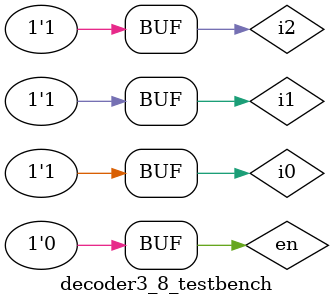
<source format=sv>
`timescale 1ps / 1ps

module decoder3_8(i0, i1, i2, en, out);
	input logic i0, i1, i2, en;
	output logic [7:0]out;
	parameter Delay = 50;
	
	logic [1:0]en_arr;
	
	decoder1_2 decoder1_2_2(.i0(i2), .en(en), .out(en_arr));
	decoder2_4 decoder2_4_1(.i0(i0), .i1(i1), .en(en_arr[0]), .out(out[3:0]));
	decoder2_4 decoder2_4_2(.i0(i0), .i1(i1), .en(en_arr[1]), .out(out[7:4]));
	
endmodule

module decoder3_8_testbench();
	logic i0, i1, i2, en;
	logic [7:0]out;
	decoder3_8 dut (.i0, .i1, .i2, .en, .out);
	initial begin
		en=1; i2=0; i1=0; i0=0; #1000;
		en=1; i2=0; i1=0; i0=1; #1000;
		en=1; i2=0; i1=1; i0=0; #1000;
		en=1; i2=0; i1=1; i0=1; #1000;
		en=1; i2=1; i1=0; i0=0; #1000;
		en=1; i2=1; i1=0; i0=1; #1000;
		en=1; i2=1; i1=1; i0=0; #1000;
		en=1; i2=1; i1=1; i0=1; #1000;
		
		
		en=0; i2=0; i1=0; i0=0; #1000;
		en=0; i2=0; i1=0; i0=1; #1000;
		en=0; i2=0; i1=1; i0=0; #1000;
		en=0; i2=0; i1=1; i0=1; #1000;
		en=0; i2=1; i1=0; i0=0; #1000;
		en=0; i2=1; i1=0; i0=1; #1000;
		en=0; i2=1; i1=1; i0=0; #1000;
		en=0; i2=1; i1=1; i0=1; #1000;
	end
endmodule
</source>
